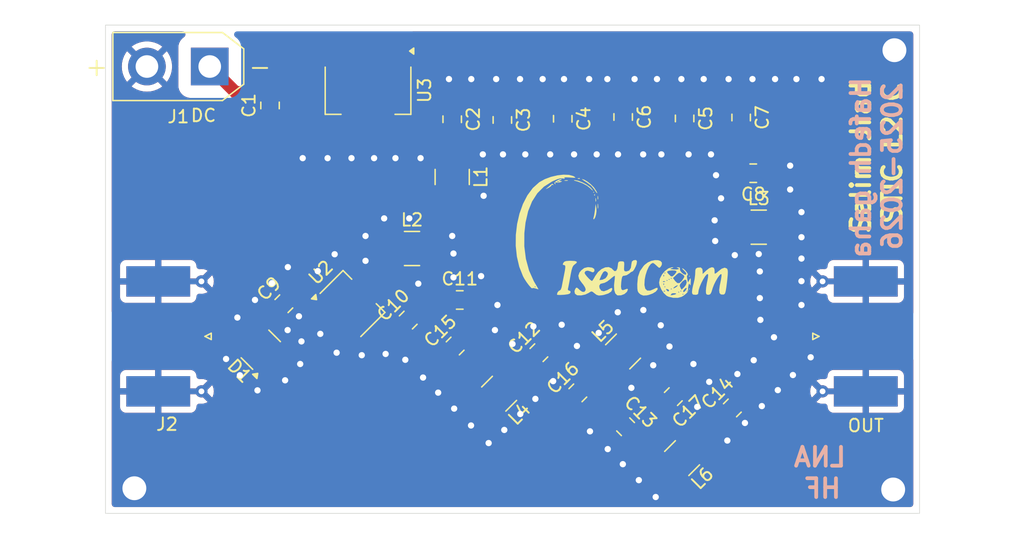
<source format=kicad_pcb>
(kicad_pcb (version 20240108) (generator "pcbnew") (generator_version "8.0")
  (layers (0 "F.Cu" signal) (31 "B.Cu" signal) (34 "B.Paste" user) (35 "F.Paste" user) (36 "B.SilkS" user "B.Silkscreen") (37 "F.SilkS" user "F.Silkscreen") (38 "B.Mask" user) (39 "F.Mask" user) (44 "Edge.Cuts" user))
  (net 0 "")
  (net 1 "Net-(J1-Pin_1)")
  (net 2 "Net-(J2-In)")
  (net 3 "GND")
  (net 4 "Net-(C9-Pad2)")
  (net 5 "Net-(C10-Pad1)")
  (net 6 "Net-(C10-Pad2)")
  (net 7 "Net-(C11-Pad2)")
  (net 8 "Net-(C12-Pad2)")
  (net 9 "Net-(C13-Pad2)")
  (net 10 "Net-(J3-In)")
  (net 11 "Net-(L1-Pad2)")
  (net 12 "Net-(U3-VO)")
  (footprint "Capacitor_SMD:C_0805_2012Metric_Pad1.18x1.45mm_HandSolder" (layer "F.Cu") (at 137.408326 64.821079 -90)
    (property "Reference" "C6" (at 0 -1.679999 90) (layer "F.SilkS"))
    (property "Value" "100pF")
    (pad "1" smd roundrect (at -1.0375 0 270) (size 1.175 1.45) (layers "F.Cu" "F.Paste" "F.Mask") (roundrect_rratio 0.212766) (net 3 "GND"))
    (pad "2" smd roundrect (at 1.0375 0 270) (size 1.175 1.45) (layers "F.Cu" "F.Paste" "F.Mask") (roundrect_rratio 0.212766) (net 12 "Net-(U3-VO)"))
  )
  (footprint "Capacitor_SMD:C_0805_2012Metric_Pad1.18x1.45mm_HandSolder" (layer "F.Cu") (at 123.8 65 -90)
    (property "Reference" "C2" (at 0 -1.679999 90) (layer "F.SilkS"))
    (property "Value" "10uF")
    (pad "1" smd roundrect (at -1.0375 0 270) (size 1.175 1.45) (layers "F.Cu" "F.Paste" "F.Mask") (roundrect_rratio 0.212766) (net 3 "GND"))
    (pad "2" smd roundrect (at 1.0375 0 270) (size 1.175 1.45) (layers "F.Cu" "F.Paste" "F.Mask") (roundrect_rratio 0.212766) (net 12 "Net-(U3-VO)"))
  )
  (footprint "Capacitor_SMD:C_0805_2012Metric_Pad1.18x1.45mm_HandSolder" (layer "F.Cu") (at 127.791674 65.056371 -90)
    (property "Reference" "C3" (at 0 -1.679999 90) (layer "F.SilkS"))
    (property "Value" "1uF")
    (pad "1" smd roundrect (at -1.0375 0 270) (size 1.175 1.45) (layers "F.Cu" "F.Paste" "F.Mask") (roundrect_rratio 0.212766) (net 3 "GND"))
    (pad "2" smd roundrect (at 1.0375 0 270) (size 1.175 1.45) (layers "F.Cu" "F.Paste" "F.Mask") (roundrect_rratio 0.212766) (net 12 "Net-(U3-VO)"))
  )
  (footprint "Capacitor_SMD:C_0805_2012Metric_Pad1.18x1.45mm_HandSolder" (layer "F.Cu") (at 146.8 64.8625 -90)
    (property "Reference" "C7" (at 0 -1.679999 90) (layer "F.SilkS"))
    (property "Value" "10nF")
    (pad "1" smd roundrect (at -1.0375 0 270) (size 1.175 1.45) (layers "F.Cu" "F.Paste" "F.Mask") (roundrect_rratio 0.212766) (net 3 "GND"))
    (pad "2" smd roundrect (at 1.0375 0 270) (size 1.175 1.45) (layers "F.Cu" "F.Paste" "F.Mask") (roundrect_rratio 0.212766) (net 12 "Net-(U3-VO)"))
  )
  (footprint "Package_TO_SOT_SMD:SOT-23" (layer "F.Cu") (at 108.562913 83.362913 135)
    (property "Reference" "D1" (at 0 -2.4 135) (layer "F.SilkS"))
    (property "Value" "BAV99")
    (pad "1" smd roundrect (at -0.9375 -0.95 135) (size 1.475 0.6) (layers "F.Cu" "F.Paste" "F.Mask") (net 3 "GND"))
    (pad "2" smd roundrect (at -0.9375 0.95 135) (size 1.475 0.6) (layers "F.Cu" "F.Paste" "F.Mask") (net 3 "GND"))
    (pad "3" smd roundrect (at 0.937501 0 135) (size 1.475 0.6) (layers "F.Cu" "F.Paste" "F.Mask") (net 2 "Net-(J2-In)"))
  )
  (footprint "Inductor_SMD:L_1210_3225Metric_Pad1.42x2.65mm_HandSolder" (layer "F.Cu") (at 127.533624 86.866377 -135)
    (property "Reference" "L4" (at 0 -2.279999 45) (layer "F.SilkS"))
    (property "Value" "100nH")
    (pad "1" smd roundrect (at -1.4875 0 225) (size 1.425 2.65) (layers "F.Cu" "F.Paste" "F.Mask") (roundrect_rratio 0.175439) (net 7 "Net-(C11-Pad2)"))
    (pad "2" smd roundrect (at 1.4875 0 225) (size 1.425 2.65) (layers "F.Cu" "F.Paste" "F.Mask") (roundrect_rratio 0.175439) (net 3 "GND"))
  )
  (footprint "Capacitor_SMD:C_0805_2012Metric_Pad1.18x1.45mm_HandSolder" (layer "F.Cu") (at 110.4 79.7 45)
    (property "Reference" "C9" (at 0 -1.679999 45) (layer "F.SilkS"))
    (property "Value" "1000pF")
    (pad "1" smd roundrect (at -1.0375 0 45) (size 1.175 1.45) (layers "F.Cu" "F.Paste" "F.Mask") (roundrect_rratio 0.212766) (net 2 "Net-(J2-In)"))
    (pad "2" smd roundrect (at 1.0375 0 45) (size 1.175 1.45) (layers "F.Cu" "F.Paste" "F.Mask") (roundrect_rratio 0.212766) (net 4 "Net-(C9-Pad2)"))
  )
  (footprint "Capacitor_SMD:C_0805_2012Metric_Pad1.18x1.45mm_HandSolder" (layer "F.Cu") (at 109.3 63.9 90)
    (property "Reference" "C1" (at 0 -1.679999 90) (layer "F.SilkS"))
    (property "Value" "10uF")
    (pad "1" smd roundrect (at -1.0375 0 90) (size 1.175 1.45) (layers "F.Cu" "F.Paste" "F.Mask") (roundrect_rratio 0.212766) (net 3 "GND"))
    (pad "2" smd roundrect (at 1.0375 0 90) (size 1.175 1.45) (layers "F.Cu" "F.Paste" "F.Mask") (roundrect_rratio 0.212766) (net 1 "Net-(J1-Pin_1)"))
  )
  (footprint "Package_TO_SOT_SMD:SOT-89-3" (layer "F.Cu") (at 115.816986 79.683014 45)
    (property "Reference" "U2" (at 0 -3.5 45) (layer "F.SilkS"))
    (property "Value" "PGA-103")
    (pad "1" smd roundrect (at -1.95 -1.5 45) (size 1.3 0.9) (layers "F.Cu" "F.Paste" "F.Mask") (net 4 "Net-(C9-Pad2)"))
    (pad "2" smd custom (at -1.862499 0 45) (size 1.475 0.9) (layers "F.Cu" "F.Paste" "F.Mask") (net 3 "GND") (options (clearance outline) (anchor rect)) (primitives (gr_poly (pts (xy 3.8625 0.8665) (xy 0.7375 0.8665) (xy 0.7375 -0.8665) (xy 3.8625 -0.8665)) (width 0) (fill yes))))
    (pad "3" smd roundrect (at -1.95 1.5 45) (size 1.3 0.9) (layers "F.Cu" "F.Paste" "F.Mask") (net 5 "Net-(C10-Pad1)"))
  )
  (footprint "Capacitor_SMD:C_0805_2012Metric_Pad1.18x1.45mm_HandSolder" (layer "F.Cu") (at 130.7 83.6 45)
    (property "Reference" "C12" (at 0 -1.679999 45) (layer "F.SilkS"))
    (property "Value" "41.74fF")
    (pad "1" smd roundrect (at -1.0375 0 45) (size 1.175 1.45) (layers "F.Cu" "F.Paste" "F.Mask") (roundrect_rratio 0.212766) (net 7 "Net-(C11-Pad2)"))
    (pad "2" smd roundrect (at 1.0375 0 45) (size 1.175 1.45) (layers "F.Cu" "F.Paste" "F.Mask") (roundrect_rratio 0.212766) (net 8 "Net-(C12-Pad2)"))
  )
  (footprint "LOGO" (layer "F.Cu") (at 137.3 74.5)
    (property "Reference" "**" (hide yes))
    (property "Value" "LOGO" (hide yes))
  )
  (footprint "Capacitor_SMD:C_0805_2012Metric_Pad1.18x1.45mm_HandSolder" (layer "F.Cu") (at 124.033623 83.066377 45)
    (property "Reference" "C15" (at 0 -1.679999 45) (layer "F.SilkS"))
    (property "Value" "8.477pF")
    (pad "1" smd roundrect (at -1.0375 0 45) (size 1.175 1.45) (layers "F.Cu" "F.Paste" "F.Mask") (roundrect_rratio 0.212766) (net 3 "GND"))
    (pad "2" smd roundrect (at 1.0375 0 45) (size 1.175 1.45) (layers "F.Cu" "F.Paste" "F.Mask") (roundrect_rratio 0.212766) (net 7 "Net-(C11-Pad2)"))
  )
  (footprint "Capacitor_SMD:C_0805_2012Metric_Pad1.18x1.45mm_HandSolder" (layer "F.Cu") (at 137.6 89.5 -45)
    (property "Reference" "C13" (at 0 -1.679999 135) (layer "F.SilkS"))
    (property "Value" "41.74fF")
    (pad "1" smd roundrect (at -1.0375 0 315) (size 1.175 1.45) (layers "F.Cu" "F.Paste" "F.Mask") (roundrect_rratio 0.212766) (net 8 "Net-(C12-Pad2)"))
    (pad "2" smd roundrect (at 1.0375 0 315) (size 1.175 1.45) (layers "F.Cu" "F.Paste" "F.Mask") (roundrect_rratio 0.212766) (net 9 "Net-(C13-Pad2)"))
  )
  (footprint "Inductor_SMD:L_1210_3225Metric_Pad1.42x2.65mm_HandSolder" (layer "F.Cu") (at 120.6 75.3)
    (property "Reference" "L2" (at 0 -2.28 0) (layer "F.SilkS"))
    (property "Value" "2.2uH")
    (pad "1" smd roundrect (at -1.4875 0) (size 1.425 2.65) (layers "F.Cu" "F.Paste" "F.Mask") (roundrect_rratio 0.175439) (net 5 "Net-(C10-Pad1)"))
    (pad "2" smd roundrect (at 1.4875 0) (size 1.425 2.65) (layers "F.Cu" "F.Paste" "F.Mask") (roundrect_rratio 0.175439) (net 11 "Net-(L1-Pad2)"))
  )
  (footprint "Inductor_SMD:L_1210_3225Metric_Pad1.42x2.65mm_HandSolder" (layer "F.Cu") (at 123.8 69.6 -90)
    (property "Reference" "L1" (at 0 -2.279999 90) (layer "F.SilkS"))
    (property "Value" "390nH")
    (pad "1" smd roundrect (at -1.4875 0 270) (size 1.425 2.65) (layers "F.Cu" "F.Paste" "F.Mask") (roundrect_rratio 0.175439) (net 12 "Net-(U3-VO)"))
    (pad "2" smd roundrect (at 1.4875 0 270) (size 1.425 2.65) (layers "F.Cu" "F.Paste" "F.Mask") (roundrect_rratio 0.175439) (net 11 "Net-(L1-Pad2)"))
  )
  (footprint "Connector_AMASS:AMASS_XT30UPB-M_1x02_P5.0mm_Vertical" (layer "F.Cu") (at 104.5 60.8 180)
    (property "Reference" "J1" (at 2.5 -4 0) (layer "F.SilkS"))
    (property "Value" "DC" (at 0.5 -3.9 0) (layer "F.SilkS"))
    (fp_text user "+" (at 9 0 360) (layer "F.SilkS") (effects (font (size 1.5 1.5))))
    (fp_text user "-" (at -4 0 360) (layer "F.SilkS") (effects (font (size 1.5 1.5))))
    (pad "1" thru_hole rect (at 0 0 180) (size 3 3) (drill 1.8) (layers "*.Cu" "*.Mask") (net 1 "Net-(J1-Pin_1)"))
    (pad "2" thru_hole circle (at 5 0 180) (size 3 3) (drill 1.8) (layers "*.Cu" "*.Mask") (net 3 "GND"))
  )
  (footprint "Capacitor_SMD:C_0805_2012Metric_Pad1.18x1.45mm_HandSolder" (layer "F.Cu") (at 142.3 64.9375 -90)
    (property "Reference" "C5" (at 0 -1.679999 90) (layer "F.SilkS"))
    (property "Value" "1uF")
    (pad "1" smd roundrect (at -1.0375 0 270) (size 1.175 1.45) (layers "F.Cu" "F.Paste" "F.Mask") (roundrect_rratio 0.212766) (net 3 "GND"))
    (pad "2" smd roundrect (at 1.0375 0 270) (size 1.175 1.45) (layers "F.Cu" "F.Paste" "F.Mask") (roundrect_rratio 0.212766) (net 12 "Net-(U3-VO)"))
  )
  (footprint "Capacitor_SMD:C_0805_2012Metric_Pad1.18x1.45mm_HandSolder" (layer "F.Cu") (at 120.3 81 45)
    (property "Reference" "C10" (at 0 -1.679999 45) (layer "F.SilkS"))
    (property "Value" "1000pF")
    (pad "1" smd roundrect (at -1.0375 0 45) (size 1.175 1.45) (layers "F.Cu" "F.Paste" "F.Mask") (roundrect_rratio 0.212766) (net 5 "Net-(C10-Pad1)"))
    (pad "2" smd roundrect (at 1.0375 0 45) (size 1.175 1.45) (layers "F.Cu" "F.Paste" "F.Mask") (roundrect_rratio 0.212766) (net 6 "Net-(C10-Pad2)"))
  )
  (footprint "Inductor_SMD:L_1210_3225Metric_Pad1.42x2.65mm_HandSolder" (layer "F.Cu") (at 142.1 92 -135)
    (property "Reference" "L6" (at 0 -2.279999 45) (layer "F.SilkS"))
    (property "Value" "100nH")
    (pad "1" smd roundrect (at -1.4875 0 225) (size 1.425 2.65) (layers "F.Cu" "F.Paste" "F.Mask") (roundrect_rratio 0.175439) (net 9 "Net-(C13-Pad2)"))
    (pad "2" smd roundrect (at 1.4875 0 225) (size 1.425 2.65) (layers "F.Cu" "F.Paste" "F.Mask") (roundrect_rratio 0.175439) (net 3 "GND"))
  )
  (footprint "Connector_Coaxial:SMA_Molex_73251-1153_EdgeMount_Horizontal" (layer "F.Cu") (at 102.12 82.3)
    (property "Reference" "J2" (at -1.02 7 360) (layer "F.SilkS"))
    (property "Value" "ANT")
    (pad "1" smd rect (at -1.72 0) (size 5.08 2.29) (layers "F.Cu" "F.Paste" "F.Mask") (net 2 "Net-(J2-In)"))
    (pad "2" smd rect (at -1.72 -4.38) (size 5.08 2.42) (layers "F.Cu" "F.Paste" "F.Mask") (net 3 "GND"))
    (pad "2" smd rect (at -1.72 -4.38) (size 5.08 2.42) (layers "B.Cu" "B.Paste" "B.Mask") (net 3 "GND"))
    (pad "2" smd rect (at -1.72 4.38) (size 5.08 2.42) (layers "F.Cu" "F.Paste" "F.Mask") (net 3 "GND"))
    (pad "2" smd rect (at -1.72 4.38) (size 5.08 2.42) (layers "B.Cu" "B.Paste" "B.Mask") (net 3 "GND"))
    (pad "2" smd rect (at 1.27 -4.38) (size 0.95 0.46) (layers "F.Cu") (net 3 "GND"))
    (pad "2" smd rect (at 1.27 -4.38) (size 0.95 0.46) (layers "B.Cu") (net 3 "GND"))
    (pad "2" smd rect (at 1.27 4.38) (size 0.95 0.46) (layers "F.Cu") (net 3 "GND"))
    (pad "2" smd rect (at 1.27 4.38) (size 0.95 0.46) (layers "B.Cu") (net 3 "GND"))
    (pad "2" thru_hole circle (at 1.72 -4.38) (size 0.97 0.97) (drill 0.46) (layers "*.Cu") (net 3 "GND"))
    (pad "2" thru_hole circle (at 1.72 4.38) (size 0.97 0.97) (drill 0.46) (layers "*.Cu") (net 3 "GND"))
  )
  (footprint "Capacitor_SMD:C_0805_2012Metric_Pad1.18x1.45mm_HandSolder" (layer "F.Cu") (at 124.4 79.4)
    (property "Reference" "C11" (at 0 -1.679999 360) (layer "F.SilkS"))
    (property "Value" "1.077pF")
    (pad "1" smd roundrect (at -1.0375 0) (size 1.175 1.45) (layers "F.Cu" "F.Paste" "F.Mask") (roundrect_rratio 0.212766) (net 6 "Net-(C10-Pad2)"))
    (pad "2" smd roundrect (at 1.0375 0) (size 1.175 1.45) (layers "F.Cu" "F.Paste" "F.Mask") (roundrect_rratio 0.212766) (net 7 "Net-(C11-Pad2)"))
  )
  (footprint "Capacitor_SMD:C_0805_2012Metric_Pad1.18x1.45mm_HandSolder" (layer "F.Cu") (at 133.8 86.8 45)
    (property "Reference" "C16" (at 0 -1.679999 45) (layer "F.SilkS"))
    (property "Value" "9.509pF")
    (pad "1" smd roundrect (at -1.0375 0 45) (size 1.175 1.45) (layers "F.Cu" "F.Paste" "F.Mask") (roundrect_rratio 0.212766) (net 3 "GND"))
    (pad "2" smd roundrect (at 1.0375 0 45) (size 1.175 1.45) (layers "F.Cu" "F.Paste" "F.Mask") (roundrect_rratio 0.212766) (net 8 "Net-(C12-Pad2)"))
  )
  (footprint "Capacitor_SMD:C_0805_2012Metric_Pad1.18x1.45mm_HandSolder" (layer "F.Cu") (at 132.6 64.9625 -90)
    (property "Reference" "C4" (at 0 -1.679999 90) (layer "F.SilkS"))
    (property "Value" "10nF")
    (pad "1" smd roundrect (at -1.0375 0 270) (size 1.175 1.45) (layers "F.Cu" "F.Paste" "F.Mask") (roundrect_rratio 0.212766) (net 3 "GND"))
    (pad "2" smd roundrect (at 1.0375 0 270) (size 1.175 1.45) (layers "F.Cu" "F.Paste" "F.Mask") (roundrect_rratio 0.212766) (net 12 "Net-(U3-VO)"))
  )
  (footprint "Inductor_SMD:L_1210_3225Metric_Pad1.42x2.65mm_HandSolder" (layer "F.Cu") (at 137.4 83.5 45)
    (property "Reference" "L5" (at 0 -2.279999 45) (layer "F.SilkS"))
    (property "Value" "100nH")
    (pad "1" smd roundrect (at -1.4875 0 45) (size 1.425 2.65) (layers "F.Cu" "F.Paste" "F.Mask") (roundrect_rratio 0.175439) (net 8 "Net-(C12-Pad2)"))
    (pad "2" smd roundrect (at 1.4875 0 45) (size 1.425 2.65) (layers "F.Cu" "F.Paste" "F.Mask") (roundrect_rratio 0.175439) (net 3 "GND"))
  )
  (footprint "Capacitor_SMD:C_0805_2012Metric_Pad1.18x1.45mm_HandSolder" (layer "F.Cu") (at 141.4 87.1 -135)
    (property "Reference" "C17" (at 0 -1.679999 45) (layer "F.SilkS"))
    (property "Value" "8.477pF")
    (pad "1" smd roundrect (at -1.0375 0 225) (size 1.175 1.45) (layers "F.Cu" "F.Paste" "F.Mask") (roundrect_rratio 0.212766) (net 3 "GND"))
    (pad "2" smd roundrect (at 1.0375 0 225) (size 1.175 1.45) (layers "F.Cu" "F.Paste" "F.Mask") (roundrect_rratio 0.212766) (net 9 "Net-(C13-Pad2)"))
  )
  (footprint "Inductor_SMD:L_1210_3225Metric_Pad1.42x2.65mm_HandSolder" (layer "F.Cu") (at 148.2 73.6)
    (property "Reference" "L3" (at 0 -2.28 0) (layer "F.SilkS"))
    (property "Value" "2.2uH")
    (pad "1" smd roundrect (at -1.4875 0) (size 1.425 2.65) (layers "F.Cu" "F.Paste" "F.Mask") (roundrect_rratio 0.175439) (net 12 "Net-(U3-VO)"))
    (pad "2" smd roundrect (at 1.4875 0) (size 1.425 2.65) (layers "F.Cu" "F.Paste" "F.Mask") (roundrect_rratio 0.175439) (net 10 "Net-(J3-In)"))
  )
  (footprint "Package_TO_SOT_SMD:SOT-223-3_TabPin2" (layer "F.Cu") (at 117.1 62.7 -90)
    (property "Reference" "U3" (at 0 -4.500001 90) (layer "F.SilkS"))
    (property "Value" "TLV1117-33")
    (pad "1" smd roundrect (at -3.15 -2.3 270) (size 2 1.5) (layers "F.Cu" "F.Paste" "F.Mask") (net 3 "GND"))
    (pad "2" smd roundrect (at -3.149999 0 270) (size 2 1.5) (layers "F.Cu" "F.Paste" "F.Mask") (net 12 "Net-(U3-VO)"))
    (pad "2" smd roundrect (at 3.149999 0 270) (size 2 3.8) (layers "F.Cu" "F.Paste" "F.Mask") (net 12 "Net-(U3-VO)"))
    (pad "3" smd roundrect (at -3.15 2.3 270) (size 2 1.5) (layers "F.Cu" "F.Paste" "F.Mask") (net 1 "Net-(J1-Pin_1)"))
  )
  (footprint "Capacitor_SMD:C_0805_2012Metric_Pad1.18x1.45mm_HandSolder" (layer "F.Cu") (at 146.1 88 45)
    (property "Reference" "C14" (at 0 -1.679999 45) (layer "F.SilkS"))
    (property "Value" "1.077pF")
    (pad "1" smd roundrect (at -1.0375 0 45) (size 1.175 1.45) (layers "F.Cu" "F.Paste" "F.Mask") (roundrect_rratio 0.212766) (net 9 "Net-(C13-Pad2)"))
    (pad "2" smd roundrect (at 1.0375 0 45) (size 1.175 1.45) (layers "F.Cu" "F.Paste" "F.Mask") (roundrect_rratio 0.212766) (net 10 "Net-(J3-In)"))
  )
  (footprint "Connector_Coaxial:SMA_Molex_73251-1153_EdgeMount_Horizontal" (layer "F.Cu") (at 155 82.3 180)
    (property "Reference" "J3" (hide yes))
    (property "Value" "OUT" (at -1.72 -7.11 0) (layer "F.SilkS"))
    (pad "1" smd rect (at -1.72 0 180) (size 5.08 2.29) (layers "F.Cu" "F.Paste" "F.Mask") (net 10 "Net-(J3-In)"))
    (pad "2" smd rect (at -1.72 -4.38 180) (size 5.08 2.42) (layers "F.Cu" "F.Paste" "F.Mask") (net 3 "GND"))
    (pad "2" smd rect (at -1.72 -4.38 180) (size 5.08 2.42) (layers "B.Cu" "B.Paste" "B.Mask") (net 3 "GND"))
    (pad "2" smd rect (at -1.72 4.38 180) (size 5.08 2.42) (layers "F.Cu" "F.Paste" "F.Mask") (net 3 "GND"))
    (pad "2" smd rect (at -1.72 4.38 180) (size 5.08 2.42) (layers "B.Cu" "B.Paste" "B.Mask") (net 3 "GND"))
    (pad "2" smd rect (at 1.27 -4.38 180) (size 0.95 0.46) (layers "F.Cu") (net 3 "GND"))
    (pad "2" smd rect (at 1.27 -4.38 180) (size 0.95 0.46) (layers "B.Cu") (net 3 "GND"))
    (pad "2" smd rect (at 1.27 4.38 180) (size 0.95 0.46) (layers "F.Cu") (net 3 "GND"))
    (pad "2" smd rect (at 1.27 4.38 180) (size 0.95 0.46) (layers "B.Cu") (net 3 "GND"))
    (pad "2" thru_hole circle (at 1.72 -4.38 180) (size 0.97 0.97) (drill 0.46) (layers "*.Cu") (net 3 "GND"))
    (pad "2" thru_hole circle (at 1.72 4.38 180) (size 0.97 0.97) (drill 0.46) (layers "*.Cu") (net 3 "GND"))
  )
  (footprint "Capacitor_SMD:C_0805_2012Metric_Pad1.18x1.45mm_HandSolder" (layer "F.Cu") (at 147.7625 69.3 180)
    (property "Reference" "C8" (at 0 -1.679999 360) (layer "F.SilkS"))
    (property "Value" "100pF")
    (pad "1" smd roundrect (at -1.0375 0 180) (size 1.175 1.45) (layers "F.Cu" "F.Paste" "F.Mask") (roundrect_rratio 0.212766) (net 3 "GND"))
    (pad "2" smd roundrect (at 1.0375 0 180) (size 1.175 1.45) (layers "F.Cu" "F.Paste" "F.Mask") (roundrect_rratio 0.212766) (net 12 "Net-(U3-VO)"))
  )
  (gr_rect (start 96.2 57.5) (end 161 96.4) (stroke (width 0.05)) (fill none) (layer "Edge.Cuts"))
  (gr_text "LNA" (at 155.3 92.8 0) (layer "B.SilkS") (effects (font (size 1.5 1.5) (thickness 0.3) (bold yes)) (justify left bottom mirror)))
  (gr_text "Hafedh gaha" (at 157.2 61.5 90) (layer "B.SilkS") (effects (font (size 1.5 1.5) (thickness 0.3) (bold yes)) (justify left bottom mirror)))
  (gr_text "2025-2026\n" (at 159.7 61.9 90) (layer "B.SilkS") (effects (font (size 1.5 1.5) (thickness 0.3) (bold yes)) (justify left bottom mirror)))
  (gr_text "HF\n" (at 154.9 95.3 0) (layer "B.SilkS") (effects (font (size 1.5 1.5) (thickness 0.3) (bold yes)) (justify left bottom mirror)))
  (gr_text "STIC L2 C\n" (at 159.7 73.5 90) (layer "F.SilkS") (effects (font (size 1.5 1.5) (thickness 0.3) (bold yes)) (justify left bottom)))
  (gr_text "Selim Jrad" (at 157.2 74.3 90) (layer "F.SilkS") (effects (font (size 1.5 1.5) (thickness 0.3) (bold yes)) (justify left bottom)))
  (segment (start 112.95 59.55) (end 114.8 59.55) (width 1) (layer "F.Cu") (net 1))
  (segment (start 109.3 62.8625) (end 109.6375 62.8625) (width 1) (layer "F.Cu") (net 1))
  (segment (start 109.6375 62.8625) (end 112.95 59.55) (width 1) (layer "F.Cu") (net 1))
  (segment (start 109.3 62.8625) (end 106.5625 62.8625) (width 1) (layer "F.Cu") (net 1))
  (segment (start 106.5625 62.8625) (end 104.5 60.8) (width 1) (layer "F.Cu") (net 1))
  (segment (start 107.5 82.3) (end 107.9 82.7) (width 1) (layer "F.Cu") (net 2))
  (segment (start 100.6 82.7) (end 100.4 82.5) (width 1) (layer "F.Cu") (net 2))
  (segment (start 109.666377 80.433623) (end 109.666377 80.933623) (width 1) (layer "F.Cu") (net 2))
  (segment (start 100.4 82.3) (end 107.5 82.3) (width 1) (layer "F.Cu") (net 2))
  (segment (start 109.666377 80.933623) (end 107.9 82.7) (width 1) (layer "F.Cu") (net 2))
  (via (at 145.2 71.3) (size 1) (drill 0.5) (layers "F.Cu" "B.Cu") (net 3))
  (via (at 146.293001 75.827867) (size 1) (drill 0.5) (layers "F.Cu" "B.Cu") (net 3))
  (via (at 108.3 86.6) (size 1) (drill 0.5) (layers "F.Cu" "B.Cu") (net 3))
  (via (at 138.316654 61.8) (size 1) (drill 0.5) (layers "F.Cu" "B.Cu") (net 3))
  (via (at 123.955015 88.055015) (size 1) (drill 0.5) (layers "F.Cu" "B.Cu") (net 3))
  (via (at 118.5 83.7) (size 1) (drill 0.5) (layers "F.Cu" "B.Cu") (net 3))
  (via (at 149.717777 86.582223) (size 1) (drill 0.5) (layers "F.Cu" "B.Cu") (net 3))
  (via (at 133.72764 83.063782) (size 1) (drill 0.5) (layers "F.Cu" "B.Cu") (net 3))
  (via (at 153.2 61.8) (size 1) (drill 0.5) (layers "F.Cu" "B.Cu") (net 3))
  (via (at 121.480141 85.580141) (size 1) (drill 0.5) (layers "F.Cu" "B.Cu") (net 3))
  (via (at 148.19947 75.74121) (size 1) (drill 0.5) (layers "F.Cu" "B.Cu") (net 3))
  (via (at 150.7 68.7) (size 1) (drill 0.5) (layers "F.Cu" "B.Cu") (net 3))
  (via (at 119.281995 68.1) (size 1) (drill 0.5) (layers "F.Cu" "B.Cu") (net 3))
  (via (at 158.9 94.5) (size 2.2) (drill 1.9) (layers "F.Cu" "B.Cu") (net 3))
  (via (at 147.101482 89.198518) (size 1) (drill 0.5) (layers "F.Cu" "B.Cu") (net 3))
  (via (at 138.655015 93.755015) (size 1) (drill 0.5) (layers "F.Cu" "B.Cu") (net 3))
  (via (at 122.682223 86.782223) (size 1) (drill 0.5) (layers "F.Cu" "B.Cu") (net 3))
  (via (at 123.8 74.3) (size 1) (drill 0.5) (layers "F.Cu" "B.Cu") (net 3))
  (via (at 108.101482 79.398518) (size 1) (drill 0.5) (layers "F.Cu" "B.Cu") (net 3))
  (via (at 140.450213 67.8) (size 1) (drill 0.5) (layers "F.Cu" "B.Cu") (net 3))
  (via (at 143 84.5) (size 1) (drill 0.5) (layers "F.Cu" "B.Cu") (net 3))
  (via (at 116.9 76.281995) (size 1) (drill 0.5) (layers "F.Cu" "B.Cu") (net 3))
  (via (at 129.618005 67.8) (size 1) (drill 0.5) (layers "F.Cu" "B.Cu") (net 3))
  (via (at 142.616654 67.8) (size 1) (drill 0.5) (layers "F.Cu" "B.Cu") (net 3))
  (via (at 145.7 90.6) (size 1) (drill 0.5) (layers "F.Cu" "B.Cu") (net 3))
  (via (at 149.5 61.8) (size 1) (drill 0.5) (layers "F.Cu" "B.Cu") (net 3))
  (via (at 133.5 67.8) (size 1) (drill 0.5) (layers "F.Cu" "B.Cu") (net 3))
  (via (at 111.8 82.7) (size 1) (drill 0.5) (layers "F.Cu" "B.Cu") (net 3))
  (via (at 135.3 67.8) (size 1) (drill 0.5) (layers "F.Cu" "B.Cu") (net 3))
  (via (at 135.460793 82.02389) (size 1) (drill 0.5) (layers "F.Cu" "B.Cu") (net 3))
  (via (at 110.7 81.8) (size 1) (drill 0.5) (layers "F.Cu" "B.Cu") (net 3))
  (via (at 105.8 84.1) (size 1) (drill 0.5) (layers "F.Cu" "B.Cu") (net 3))
  (via (at 130.419859 87.280141) (size 1) (drill 0.5) (layers "F.Cu" "B.Cu") (net 3))
  (via (at 126.7 90.8) (size 1) (drill 0.5) (layers "F.Cu" "B.Cu") (net 3))
  (via (at 139 67.8) (size 1) (drill 0.5) (layers "F.Cu" "B.Cu") (net 3))
  (via (at 113.3 82.1) (size 1) (drill 0.5) (layers "F.Cu" "B.Cu") (net 3))
  (via (at 148.444985 87.855015) (size 1) (drill 0.5) (layers "F.Cu" "B.Cu") (net 3))
  (via (at 132.514433 81.373958) (size 1) (drill 0.5) (layers "F.Cu" "B.Cu") (net 3))
  (via (at 127.841522 67.8) (size 1) (drill 0.5) (layers "F.Cu" "B.Cu") (net 3))
  (via (at 134.765928 89.865928) (size 1) (drill 0.5) (layers "F.Cu" "B.Cu") (net 3))
  (via (at 144.4 67.8) (size 1) (drill 0.5) (layers "F.Cu" "B.Cu") (net 3))
  (via (at 139.998518 95.098518) (size 1) (drill 0.5) (layers "F.Cu" "B.Cu") (net 3))
  (via (at 139.8 84.6) (size 1) (drill 0.5) (layers "F.Cu" "B.Cu") (net 3))
  (via (at 140.40028 81.417287) (size 1) (drill 0.5) (layers "F.Cu" "B.Cu") (net 3))
  (via (at 142.041522 61.8) (size 1) (drill 0.5) (layers "F.Cu" "B.Cu") (net 3))
  (via (at 129.2 61.8) (size 1) (drill 0.5) (layers "F.Cu" "B.Cu") (net 3))
  (via (at 123.541522 61.8) (size 1) (drill 0.5) (layers "F.Cu" "B.Cu") (net 3))
  (via (at 110.5 85.8) (size 1) (drill 0.5) (layers "F.Cu" "B.Cu") (net 3))
  (via (at 106.7 80.8) (size 1) (drill 0.5) (layers "F.Cu" "B.Cu") (net 3))
  (via (at 111.6 80.7) (size 1) (drill 0.5) (layers "F.Cu" "B.Cu") (net 3))
  (via (at 143.303312 87.916611) (size 1) (drill 0.5) (layers "F.Cu" "B.Cu") (net 3))
  (via (at 151.6 77.9) (size 1) (drill 0.5) (layers "F.Cu" "B.Cu") (net 3))
  (via (at 151.6 76.1) (size 1) (drill 0.5) (layers "F.Cu" "B.Cu") (net 3))
  (via (at 127.3 61.8) (size 1) (drill 0.5) (layers "F.Cu" "B.Cu") (net 3))
  (via (at 129.217777 88.482223) (size 1) (drill 0.5) (layers "F.Cu" "B.Cu") (net 3))
  (via (at 128.6 82.9) (size 1) (drill 0.5) (layers "F.Cu" "B.Cu") (net 3))
  (via (at 113.881995 68.1) (size 1) (drill 0.5) (layers "F.Cu" "B.Cu") (net 3))
  (via (at 152.334072 83.965928) (size 1) (drill 0.5) (layers "F.Cu" "B.Cu") (net 3))
  (via (at 144.256546 85.923485) (size 1) (drill 0.5) (layers "F.Cu" "B.Cu") (net 3))
  (via (at 139.013757 80.204079) (size 1) (drill 0.5) (layers "F.Cu" "B.Cu") (net 3))
  (via (at 132.7 61.8) (size 1) (drill 0.5) (layers "F.Cu" "B.Cu") (net 3))
  (via (at 116.6 83.8) (size 1) (drill 0.5) (layers "F.Cu" "B.Cu") (net 3))
  (via (at 127.2 81.8) (size 1) (drill 0.5) (layers "F.Cu" "B.Cu") (net 3))
  (via (at 151.2 61.8) (size 1) (drill 0.5) (layers "F.Cu" "B.Cu") (net 3))
  (via (at 145.8 61.8) (size 1) (drill 0.5) (layers "F.Cu" "B.Cu") (net 3))
  (via (at 151.6 72.4) (size 1) (drill 0.5) (layers "F.Cu" "B.Cu") (net 3))
  (via (at 114.443503 75.756497) (size 1) (drill 0.5) (layers "F.Cu" "B.Cu") (net 3))
  (via (at 115.781995 68.1) (size 1) (drill 0.5) (layers "F.Cu" "B.Cu") (net 3))
  (via (at 149.412677 82.370521) (size 1) (drill 0.5) (layers "F.Cu" "B.Cu") (net 3))
  (via (at 148.329456 80.983998) (size 1) (drill 0.5) (layers "F.Cu" "B.Cu") (net 3))
  (via (at 143.818005 61.8) (size 1) (drill 0.5) (layers "F.Cu" "B.Cu") (net 3))
  (via (at 110.717777 76.782223) (size 1) (drill 0.5) (layers "F.Cu" "B.Cu") (net 3))
  (via (at 131 61.8) (size 1) (drill 0.5) (layers "F.Cu" "B.Cu") (net 3))
  (via (at 120.065928 84.165928) (size 1) (drill 0.5) (layers "F.Cu" "B.Cu") (net 3))
  (via (at 131.6 67.8) (size 1) (drill 0.5) (layers "F.Cu" "B.Cu") (net 3))
  (via (at 144.689835 73.054822) (size 1) (drill 0.5) (layers "F.Cu" "B.Cu") (net 3))
  (via (at 109.444985 78.055015) (size 1) (drill 0.5) (layers "F.Cu" "B.Cu") (net 3))
  (via (at 148.286128 77.127732) (size 1) (drill 0.5) (layers "F.Cu" "B.Cu") (net 3))
  (via (at 150.7 70.6) (size 1) (drill 0.5) (layers "F.Cu" "B.Cu") (net 3))
  (via (at 123.9 75.7) (size 1) (drill 0.5) (layers "F.Cu" "B.Cu") (net 3))
  (via (at 138.060523 86.400102) (size 1) (drill 0.5) (layers "F.Cu" "B.Cu") (net 3))
  (via (at 111.9 68.1) (size 1) (drill 0.5) (layers "F.Cu" "B.Cu") (net 3))
  (via (at 98.5 94.4) (size 2.2) (drill 1.9) (layers "F.Cu" "B.Cu") (net 3))
  (via (at 151.6 79.8) (size 1) (drill 0.5) (layers "F.Cu" "B.Cu") (net 3))
  (via (at 123.9 77.6) (size 1) (drill 0.5) (layers "F.Cu" "B.Cu") (net 3))
  (via (at 136.180141 91.280141) (size 1) (drill 0.5) (layers "F.Cu" "B.Cu") (net 3))
  (via (at 126.1 77.5) (size 1) (drill 0.5) (layers "F.Cu" "B.Cu") (net 3))
  (via (at 125.298518 89.398518) (size 1) (drill 0.5) (layers "F.Cu" "B.Cu") (net 3))
  (via (at 127.4 79.8) (size 1) (drill 0.5) (layers "F.Cu" "B.Cu") (net 3))
  (via (at 134.7 61.8) (size 1) (drill 0.5) (layers "F.Cu" "B.Cu") (net 3))
  (via (at 131.834072 85.865928) (size 1) (drill 0.5) (layers "F.Cu" "B.Cu") (net 3))
  (via (at 120.381995 72.9) (size 1) (drill 0.5) (layers "F.Cu" "B.Cu") (net 3))
  (via (at 144.8 69.458529) (size 1) (drill 0.5) (layers "F.Cu" "B.Cu") (net 3))
  (via (at 126.238356 67.8) (size 1) (drill 0.5) (layers "F.Cu" "B.Cu") (net 3))
  (via (at 113.1 77.1) (size 1) (drill 0.5) (layers "F.Cu" "B.Cu") (net 3))
  (via (at 147.7 61.8) (size 1) (drill 0.5) (layers "F.Cu" "B.Cu") (net 3))
  (via (at 117.581995 68.1) (size 1) (drill 0.5) (layers "F.Cu" "B.Cu") (net 3))
  (via (at 121.281995 68.1) (size 1) (drill 0.5) (layers "F.Cu" "B.Cu") (net 3))
  (via (at 127.944985 89.755015) (size 1) (drill 0.5) (layers "F.Cu" "B.Cu") (net 3))
  (via (at 147.8 84.2) (size 1) (drill 0.5) (layers "F.Cu" "B.Cu") (net 3))
  (via (at 146.5 85.3) (size 1) (drill 0.5) (layers "F.Cu" "B.Cu") (net 3))
  (via (at 137.382223 92.482223) (size 1) (drill 0.5) (layers "F.Cu" "B.Cu") (net 3))
  (via (at 126.3 71.1) (size 1) (drill 0.5) (layers "F.Cu" "B.Cu") (net 3))
  (via (at 106.9 85.4) (size 1) (drill 0.5) (layers "F.Cu" "B.Cu") (net 3))
  (via (at 111.7 84.5) (size 1) (drill 0.5) (layers "F.Cu" "B.Cu") (net 3))
  (via (at 137 67.8) (size 1) (drill 0.5) (layers "F.Cu" "B.Cu") (net 3))
  (via (at 151.6 74.399999) (size 1) (drill 0.5) (layers "F.Cu" "B.Cu") (net 3))
  (via (at 140.1 61.8) (size 1) (drill 0.5) (layers "F.Cu" "B.Cu") (net 3))
  (via (at 159 59.5) (size 2.2) (drill 1.9) (layers "F.Cu" "B.Cu") (net 3))
  (via (at 141.093541 83.107111) (size 1) (drill 0.5) (layers "F.Cu" "B.Cu") (net 3))
  (via (at 136.977302 80.377395) (size 1) (drill 0.5) (layers "F.Cu" "B.Cu") (net 3))
  (via (at 114.6 83.6) (size 1) (drill 0.5) (layers "F.Cu" "B.Cu") (net 3))
  (via (at 144.733163 74.701318) (size 1) (drill 0.5) (layers "F.Cu" "B.Cu") (net 3))
  (via (at 118.381995 72.9) (size 1) (drill 0.5) (layers "F.Cu" "B.Cu") (net 3))
  (via (at 148.286128 79.250845) (size 1) (drill 0.5) (layers "F.Cu" "B.Cu") (net 3))
  (via (at 136.150213 61.8) (size 1) (drill 0.5) (layers "F.Cu" "B.Cu") (net 3))
  (via (at 125.318005 61.8) (size 1) (drill 0.5) (layers "F.Cu" "B.Cu") (net 3))
  (via (at 150.919859 85.380141) (size 1) (drill 0.5) (layers "F.Cu" "B.Cu") (net 3))
  (via (at 116.9 74.3) (size 1) (drill 0.5) (layers "F.Cu" "B.Cu") (net 3))
  (via (at 121.1 78.1) (size 1) (drill 0.5) (layers "F.Cu" "B.Cu") (net 3))
  (via (at 130.261333 81.503944) (size 1) (drill 0.5) (layers "F.Cu" "B.Cu") (net 3))
  (segment (start 111.133623 78.966377) (end 112.342633 78.966377) (width 1) (layer "F.Cu") (net 4))
  (segment (start 112.342633 78.966377) (end 113.377468 80.001212) (width 1) (layer "F.Cu") (net 4))
  (segment (start 119.566377 81.733623) (end 119.1125 81.279746) (width 1) (layer "F.Cu") (net 5))
  (segment (start 119.1125 81.279746) (end 119.1125 75.3) (width 1) (layer "F.Cu") (net 5))
  (segment (start 115.498788 82.122532) (end 119.177468 82.122532) (width 1) (layer "F.Cu") (net 5))
  (segment (start 119.177468 82.122532) (end 119.566377 81.733623) (width 1) (layer "F.Cu") (net 5))
  (segment (start 122.496123 80.266377) (end 123.3625 79.4) (width 1) (layer "F.Cu") (net 6))
  (segment (start 121.033623 80.266377) (end 122.496123 80.266377) (width 1) (layer "F.Cu") (net 6))
  (segment (start 125.4375 79.4) (end 125.4375 81.6625) (width 1) (layer "F.Cu") (net 7))
  (segment (start 124.767246 82.332754) (end 125.103643 82.332754) (width 1) (layer "F.Cu") (net 7))
  (segment (start 125.4375 81.6625) (end 124.767246 82.332754) (width 1) (layer "F.Cu") (net 7))
  (segment (start 128.585445 85.814556) (end 128.585445 85.714555) (width 1) (layer "F.Cu") (net 7))
  (segment (start 125.103643 82.332754) (end 128.585445 85.814556) (width 1) (layer "F.Cu") (net 7))
  (segment (start 128.585445 85.714555) (end 129.966377 84.333623) (width 1) (layer "F.Cu") (net 7))
  (segment (start 134.533623 86.066377) (end 134.833623 86.066377) (width 1) (layer "F.Cu") (net 8))
  (segment (start 131.433623 82.866377) (end 131.433623 82.966377) (width 1) (layer "F.Cu") (net 8))
  (segment (start 134.533623 86.066377) (end 134.533623 86.433623) (width 1) (layer "F.Cu") (net 8))
  (segment (start 134.833623 86.066377) (end 136.348179 84.551821) (width 1) (layer "F.Cu") (net 8))
  (segment (start 131.433623 82.966377) (end 134.533623 86.066377) (width 1) (layer "F.Cu") (net 8))
  (segment (start 134.533623 86.433623) (end 136.866377 88.766377) (width 1) (layer "F.Cu") (net 8))
  (segment (start 143.151821 90.948179) (end 145.366377 88.733623) (width 1) (layer "F.Cu") (net 9))
  (segment (start 138.333623 90.166377) (end 140.666377 87.833623) (width 1) (layer "F.Cu") (net 9))
  (segment (start 140.666377 87.833623) (end 140.666377 88.462735) (width 1) (layer "F.Cu") (net 9))
  (segment (start 140.666377 88.462735) (end 143.151821 90.948179) (width 1) (layer "F.Cu") (net 9))
  (segment (start 138.333623 90.233623) (end 138.333623 90.166377) (width 1) (layer "F.Cu") (net 9))
  (segment (start 149.6875 80.5875) (end 151.6 82.5) (width 1) (layer "F.Cu") (net 10))
  (segment (start 151.8 82.3) (end 151.6 82.5) (width 0.2) (layer "F.Cu") (net 10))
  (segment (start 156.72 82.3) (end 151.8 82.3) (width 1) (layer "F.Cu") (net 10))
  (segment (start 149.6875 73.6) (end 149.6875 80.5875) (width 1) (layer "F.Cu") (net 10))
  (segment (start 151.6 82.5) (end 146.833623 87.266377) (width 1) (layer "F.Cu") (net 10))
  (segment (start 122.0875 72.8) (end 123.8 71.0875) (width 1) (layer "F.Cu") (net 11))
  (segment (start 122.0875 75.3) (end 122.0875 72.8) (width 1) (layer "F.Cu") (net 11))
  (segment (start 146.8 65.9) (end 146.8 73.5125) (width 1) (layer "F.Cu") (net 12))
  (segment (start 117.1 65.849999) (end 123.612499 65.849999) (width 1) (layer "F.Cu") (net 12))
  (segment (start 123.8 68.1125) (end 123.8 66.0375) (width 1) (layer "F.Cu") (net 12))
  (segment (start 123.8 66.0375) (end 146.6625 66.0375) (width 1) (layer "F.Cu") (net 12))
  (segment (start 117.1 59.550001) (end 117.1 65.849999) (width 1) (layer "F.Cu") (net 12))
  (segment (start 146.8 73.5125) (end 146.7125 73.6) (width 1) (layer "F.Cu") (net 12))
  (segment (start 146.6625 66.0375) (end 146.8 65.9) (width 1) (layer "F.Cu") (net 12))
  (segment (start 123.612499 65.849999) (end 123.8 66.0375) (width 1) (layer "F.Cu") (net 12))
  (zone (net 3) (net_name "GND") (layers "F&B.Cu") (connect_pads (clearance 1)) (min_thickness 0.5) (fill yes (thermal_gap 0.5) (thermal_bridge_width 0.5))
    (polygon (pts (xy 93.8 56.1) (xy 163.6 55.5) (xy 163.8 98.3) (xy 93.2 97.7)))
  )
)
</source>
